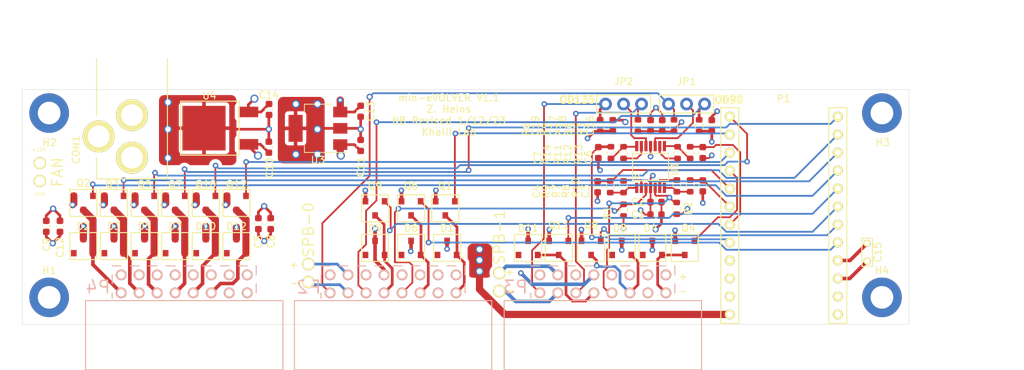
<source format=kicad_pcb>
(kicad_pcb (version 20211014) (generator pcbnew)
  (layers (0 "F.Cu" signal) (1 "In1.Cu" signal) (2 "In2.Cu" signal) (31 "B.Cu" signal) (34 "B.Paste" user) (35 "F.Paste" user) (36 "B.SilkS" user "B.Silkscreen") (37 "F.SilkS" user "F.Silkscreen") (38 "B.Mask" user) (39 "F.Mask" user) (44 "Edge.Cuts" user))
  (net 0 "")
  (net 1 "GND")
  (net 2 "+3V3")
  (net 3 "/A1")
  (net 4 "/A0")
  (net 5 "+12V")
  (net 6 "/A2")
  (net 7 "/A3")
  (net 8 "+5V")
  (net 9 "Net-(C15-Pad1)")
  (net 10 "/FAN-0")
  (net 11 "/P-0")
  (net 12 "/P-1")
  (net 13 "/FAN-1")
  (net 14 "/P-2")
  (net 15 "/HTR-0")
  (net 16 "/P-3")
  (net 17 "/HTR-1")
  (net 18 "/LED-0")
  (net 19 "/P-4")
  (net 20 "/LED-1")
  (net 21 "/P-5")
  (net 22 "/OD135-0")
  (net 23 "/OD-0")
  (net 24 "/OD90-0")
  (net 25 "/OD90-1")
  (net 26 "/OD-1")
  (net 27 "/OD135-1")
  (net 28 "/10")
  (net 29 "/11")
  (net 30 "/12")
  (net 31 "/13")
  (net 32 "/2")
  (net 33 "/3")
  (net 34 "/4")
  (net 35 "/5")
  (net 36 "/6")
  (net 37 "/7")
  (net 38 "/8")
  (net 39 "/9")
  (net 40 "/SPB+0")
  (net 41 "/SPB-0")
  (net 42 "/TS-0")
  (net 43 "/TS-1")
  (net 44 "/SPB-1")
  (net 45 "/SPB+1")
  (net 46 "Net-(R7-Pad2)")
  (net 47 "Net-(R7-Pad1)")
  (net 48 "Net-(R10-Pad2)")
  (net 49 "Net-(R8-Pad2)")
  (net 50 "Net-(R11-Pad1)")
  (net 51 "Net-(R11-Pad2)")
  (net 52 "Net-(R12-Pad1)")
  (net 53 "Net-(R12-Pad2)")
  (footprint "mods:SBR160S23" (layer "F.Cu") (at 110.998 101.346)
    (fp_text reference "D10")
    (fp_text value "D")
  )
  (footprint "mods:SBR160S23" (layer "F.Cu") (at 134.874 101.6)
    (fp_text reference "D9")
    (fp_text value "D")
  )
  (footprint "mods:SBR160S23" (layer "F.Cu") (at 169.672 101.6)
    (fp_text reference "D8")
    (fp_text value "D")
  )
  (footprint "mods:SBR160S23" (layer "F.Cu") (at 106.68 101.346)
    (fp_text reference "D7")
    (fp_text value "D")
  )
  (footprint "mods:SBR160S23" (layer "F.Cu") (at 139.954 101.6)
    (fp_text reference "D6")
    (fp_text value "D")
  )
  (footprint "mods:SBR160S23" (layer "F.Cu") (at 173.99 101.6)
    (fp_text reference "D4")
    (fp_text value "D")
  )
  (footprint "mods:SBR160S23" (layer "F.Cu") (at 98.044 101.346)
    (fp_text reference "D3")
    (fp_text value "D")
  )
  (footprint "mods:SBR160S23" (layer "F.Cu") (at 93.726 101.346)
    (fp_text reference "D2")
    (fp_text value "D")
  )
  (footprint "mods:SBR160S23" (layer "F.Cu") (at 145.034 101.6)
    (fp_text reference "D1")
    (fp_text value "D")
  )
  (footprint "mods:2.1mm_DC_Jack" (layer "F.Cu") (at 100.584 85.852 -90)
    (fp_text reference "CON1")
    (fp_text value "BARREL_JACK")
  )
  (footprint "mods:FK18X5R0J105K" (layer "F.Cu") (at 204.2922 102.2096 90)
    (fp_text reference "C15")
    (fp_text value "10u" hide)
  )
  (footprint "Capacitor_SMD:C_0603_1608Metric" (layer "F.Cu") (at 119.9134 82.042 -90)
    (fp_text reference "C14")
    (fp_text value ".1u")
  )
  (footprint "Capacitor_SMD:C_0603_1608Metric" (layer "F.Cu") (at 166.37 88.138 -90)
    (fp_text reference "C7")
    (fp_text value ".1u")
  )
  (footprint "Capacitor_SMD:C_0603_1608Metric" (layer "F.Cu") (at 181.102 88.138 -90)
    (fp_text reference "C6")
    (fp_text value ".1u")
  )
  (footprint "Capacitor_SMD:C_0603_1608Metric" (layer "F.Cu") (at 118.4148 98.171 -90)
    (fp_text reference "C5")
    (fp_text value ".1u")
  )
  (footprint "Capacitor_SMD:C_0603_1608Metric" (layer "F.Cu") (at 181.102 92.837 -90)
    (fp_text reference "C3")
    (fp_text value ".1u")
  )
  (footprint "Capacitor_SMD:C_0603_1608Metric" (layer "F.Cu") (at 174.498 96.901 180)
    (fp_text reference "C1")
    (fp_text value "1u")
  )
  (footprint "mods:A03422" (layer "F.Cu") (at 178.562 101.6 180)
    (fp_text reference "Q4")
    (fp_text value "Q_NMOS_GSD")
  )
  (footprint "mods:3pinheader_2_54_mm_pitch" (layer "F.Cu") (at 178.816 81.28 180)
    (fp_text reference "JP1")
    (fp_text value "Jumper_3_Open")
  )
  (footprint "mods:SBR160S23" (layer "F.Cu") (at 115.316 101.346)
    (fp_text reference "D12")
    (fp_text value "D")
  )
  (footprint "mods:A03422" (layer "F.Cu") (at 98.044 95.25 180)
    (fp_text reference "Q3")
    (fp_text value "Q_NMOS_GSD")
  )
  (footprint "mods:A03422" (layer "F.Cu") (at 93.726 95.25 180)
    (fp_text reference "Q2")
    (fp_text value "Q_NMOS_GSD")
  )
  (footprint "mods:A03422" (layer "F.Cu") (at 144.78 96.012 180)
    (fp_text reference "Q1")
    (fp_text value "Q_NMOS_GSD")
  )
  (footprint "mods:SBR160S23" (layer "F.Cu") (at 156.464 101.6)
    (fp_text reference "D11")
    (fp_text value "D")
  )
  (footprint "mods:A03422" (layer "F.Cu") (at 139.954 96.012 180)
    (fp_text reference "Q6")
    (fp_text value "Q_NMOS_GSD")
  )
  (footprint "mods:A03422" (layer "F.Cu") (at 102.362 95.25 180)
    (fp_text reference "Q5")
    (fp_text value "Q_NMOS_GSD")
  )
  (footprint "Resistor_SMD:R_0603_1608Metric" (layer "F.Cu") (at 179.324 88.138 -90)
    (fp_text reference "R13")
    (fp_text value "10k")
  )
  (footprint "Resistor_SMD:R_0603_1608Metric" (layer "F.Cu") (at 179.324 92.837 -90)
    (fp_text reference "R10")
    (fp_text value "10k")
  )
  (footprint "Resistor_SMD:R_0603_1608Metric" (layer "F.Cu") (at 168.0464 92.964 -90)
    (fp_text reference "R9")
    (fp_text value "10k")
  )
  (footprint "Resistor_SMD:R_0603_1608Metric" (layer "F.Cu") (at 166.624 84.328 90)
    (fp_text reference "R6")
    (fp_text value "100k")
  )
  (footprint "Resistor_SMD:R_0603_1608Metric" (layer "F.Cu") (at 177.038 84.328 90)
    (fp_text reference "R5")
    (fp_text value "100k")
  )
  (footprint "Resistor_SMD:R_0603_1608Metric" (layer "F.Cu") (at 171.958 84.328 -90)
    (fp_text reference "R4")
    (fp_text value "1M")
  )
  (footprint "Resistor_SMD:R_0603_1608Metric" (layer "F.Cu") (at 177.419 96.012 -90)
    (fp_text reference "R2")
    (fp_text value "10k")
  )
  (footprint "Resistor_SMD:R_0603_1608Metric" (layer "F.Cu") (at 169.926 96.266 -90)
    (fp_text reference "R1")
    (fp_text value "10k")
  )
  (footprint "mods:A03422" (layer "F.Cu") (at 115.316 95.25 180)
    (fp_text reference "Q12")
    (fp_text value "Q_NMOS_GSD")
  )
  (footprint "mods:A03422" (layer "F.Cu") (at 134.874 96.012 180)
    (fp_text reference "Q9")
    (fp_text value "Q_NMOS_GSD")
  )
  (footprint "mods:A03422" (layer "F.Cu") (at 106.68 95.25 180)
    (fp_text reference "Q7")
    (fp_text value "Q_NMOS_GSD")
  )
  (footprint "MountingHole:MountingHole_3.2mm_M3_DIN965_Pad" (layer "F.Cu") (at 88.9 108.585)
    (fp_text reference "H1")
    (fp_text value "MountingHole_Pad")
  )
  (footprint "MountingHole:MountingHole_3.2mm_M3_DIN965_Pad" (layer "F.Cu") (at 88.9 82.55)
    (fp_text reference "H2")
    (fp_text value "MountingHole_Pad")
  )
  (footprint "MountingHole:MountingHole_3.2mm_M3_DIN965_Pad" (layer "F.Cu") (at 206.375 108.585)
    (fp_text reference "H4")
    (fp_text value "MountingHole_Pad")
  )
  (footprint "mods:screw_terminal" (layer "F.Cu") (at 152.4 106.426 -90)
    (fp_text reference "P6" hide)
    (fp_text value "SPB-1")
  )
  (footprint "MountingHole:MountingHole_3.2mm_M3_DIN965_Pad" (layer "F.Cu") (at 206.375 82.55)
    (fp_text reference "H3")
    (fp_text value "MountingHole_Pad")
  )
  (footprint "mods:L7805CDT" (layer "F.Cu") (at 113.794 84.6836 90)
    (fp_text reference "U4")
    (fp_text value "L7805CDT")
  )
  (footprint "mods:24_pin_10in" (layer "F.Cu") (at 192.532 97.028 180)
    (fp_text reference "P1")
    (fp_text value "CONN_02X12" hide)
  )
  (footprint "Package_TO_SOT_SMD:SOT-223-3_TabPin2" (layer "F.Cu") (at 126.8146 84.709 180)
    (fp_text reference "U3")
    (fp_text value "AP7361C-33E")
  )
  (footprint "Capacitor_SMD:C_0603_1608Metric" (layer "F.Cu") (at 132.842 82.296 -90)
    (fp_text reference "C13")
    (fp_text value ".1u")
  )
  (footprint "Capacitor_SMD:C_0603_1608Metric" (layer "F.Cu") (at 132.842 87.122 90)
    (fp_text reference "C11")
    (fp_text value ".1u")
  )
  (footprint "Capacitor_SMD:C_0603_1608Metric" (layer "F.Cu") (at 119.888 87.376 90)
    (fp_text reference "C10")
    (fp_text value ".1u")
  )
  (footprint "Resistor_SMD:R_0603_1608Metric" (layer "F.Cu") (at 169.926 92.964 90)
    (fp_text reference "R7")
    (fp_text value "10k")
  )
  (footprint "Resistor_SMD:R_0603_1608Metric" (layer "F.Cu") (at 180.594 84.328 -90)
    (fp_text reference "R3")
    (fp_text value "1M")
  )
  (footprint "Capacitor_SMD:C_0603_1608Metric" (layer "F.Cu") (at 120.150468 98.171 -90)
    (fp_text reference "C8")
    (fp_text value ".1u")
  )
  (footprint "Capacitor_SMD:C_0603_1608Metric" (layer "F.Cu") (at 174.498 95.123)
    (fp_text reference "C2")
    (fp_text value ".1u")
  )
  (footprint "Capacitor_SMD:C_0603_1608Metric" (layer "F.Cu") (at 166.2684 92.964 -90)
    (fp_text reference "C4")
    (fp_text value ".1u")
  )
  (footprint "Resistor_SMD:R_0603_1608Metric" (layer "F.Cu") (at 168.148 88.138 -90)
    (fp_text reference "R14")
    (fp_text value "10k")
  )
  (footprint "Resistor_SMD:R_0603_1608Metric" (layer "F.Cu") (at 169.926 88.138 -90)
    (fp_text reference "R11")
    (fp_text value "10k")
  )
  (footprint "Resistor_SMD:R_0603_1608Metric" (layer "F.Cu") (at 177.546 88.138 -90)
    (fp_text reference "R12")
    (fp_text value "10k")
  )
  (footprint "Capacitor_SMD:C_0603_1608Metric" (layer "F.Cu") (at 182.372 84.328 90)
    (fp_text reference "C16")
    (fp_text value "1u")
  )
  (footprint "Capacitor_SMD:C_0603_1608Metric" (layer "F.Cu") (at 175.387 84.328 90)
    (fp_text reference "C18")
    (fp_text value "1u")
  )
  (footprint "mods:SBR160S23" (layer "F.Cu") (at 102.362 101.346)
    (fp_text reference "D5")
    (fp_text value "D")
  )
  (footprint "mods:A03422" (layer "F.Cu") (at 160.782 101.6 180)
    (fp_text reference "Q11")
    (fp_text value "Q_NMOS_GSD")
  )
  (footprint "mods:A03422" (layer "F.Cu") (at 165.354 101.6 180)
    (fp_text reference "Q8")
    (fp_text value "Q_NMOS_GSD")
  )
  (footprint "mods:screw_terminal" (layer "F.Cu") (at 125.476 105.156 -90)
    (fp_text reference "P5" hide)
    (fp_text value "SPB-0")
  )
  (footprint "mods:3pinheader_2_54_mm_pitch" (layer "F.Cu") (at 169.926 81.28 180)
    (fp_text reference "JP2")
    (fp_text value "Jumper_3_Open")
  )
  (footprint "Capacitor_SMD:C_0603_1608Metric" (layer "F.Cu") (at 168.402 84.328 90)
    (fp_text reference "C19")
    (fp_text value "1u")
  )
  (footprint "mods:A03422" (layer "F.Cu") (at 110.998 95.25 180)
    (fp_text reference "Q10")
    (fp_text value "Q_NMOS_GSD")
  )
  (footprint "Capacitor_SMD:C_0603_1608Metric" (layer "F.Cu") (at 88.4936 98.552 -90)
    (fp_text reference "C9")
    (fp_text value ".1u")
  )
  (footprint "Capacitor_SMD:C_0603_1608Metric" (layer "F.Cu") (at 90.424 98.552 -90)
    (fp_text reference "C12")
    (fp_text value ".1u")
  )
  (footprint "Capacitor_SMD:C_0603_1608Metric" (layer "F.Cu") (at 173.736 84.328 90)
    (fp_text reference "C17")
    (fp_text value "1u")
  )
  (footprint "mods:screw_terminal" (layer "F.Cu") (at 87.5792 90.8812 -90)
    (fp_text reference "P7" hide)
    (fp_text value "FAN")
  )
  (footprint "mods:mcp6004-ssop" (layer "F.Cu") (at 173.736 90.17)
    (fp_text reference "U1")
    (fp_text value "MCP6004")
  )
  (footprint "Resistor_SMD:R_0603_1608Metric" (layer "F.Cu") (at 177.4444 92.837 90)
    (fp_text reference "R8")
    (fp_text value "10k")
  )
  (footprint "mods:2x8_conn_10in" (layer "B.Cu") (at 137.414 106.68 180)
    (fp_text reference "P2")
    (fp_text value "CONN_02X08" hide)
  )
  (footprint "mods:2x8_conn_10in" (layer "B.Cu") (at 167.005 106.68 180)
    (fp_text reference "P3")
    (fp_text value "CONN_02X08" hide)
  )
  (footprint "mods:2x8_conn_10in" (layer "B.Cu") (at 107.95 106.68 180)
    (fp_text reference "P4")
    (fp_text value "CONN_02X08" hide)
  )
  (gr_line (start 85.09 79.248) (end 210.185 79.248) (layer "Edge.Cuts") (width 0.05))
  (gr_line (start 85.09 112.395) (end 85.09 79.248) (layer "Edge.Cuts") (width 0.05))
  (gr_line (start 210.185 112.395) (end 85.09 112.395) (layer "Edge.Cuts") (width 0.05))
  (gr_line (start 210.185 112.395) (end 210.185 79.248) (layer "Edge.Cuts") (width 0.05))
  (gr_text "-" (at 153.924 107.696 180) (layer "F.SilkS") (effects (font (size 1 1))))
  (gr_text "+" (at 153.8732 105.1306 180) (layer "F.SilkS") (effects (font (size 1 1))))
  (gr_text "OD135" (at 163.3982 80.6704) (layer "F.SilkS") (effects (font (size 1.016 1.016) (thickness 0.254))))
  (gr_text "GND" (at 87.5792 94.0308) (layer "F.SilkS") (effects (font (size 0.508 0.508) (thickness 0.0635))))
  (gr_text "+12V" (at 87.4522 87.7316) (layer "F.SilkS") (effects (font (size 0.508 0.508) (thickness 0.0635))))
  (gr_text "OD90" (at 184.785 80.645) (layer "F.SilkS") (effects (font (size 1.016 1.016) (thickness 0.254))))
  (gr_text "-" (at 178.2572 107.696) (layer "F.SilkS") (effects (font (size 1 1))))
  (gr_text "-" (at 123.4948 106.7054 180) (layer "F.SilkS") (effects (font (size 1 1))))
  (gr_text "min-eVOLVER V1.1\nZ. Heins\nNB Revised 1/12/23\nKhalil Lab" (at 145.288 82.804) (layer "F.SilkS") (effects (font (size 1 1))))
  (gr_text "+" (at 123.444 104.14 180) (layer "F.SilkS") (effects (font (size 1 1))))
  (gr_text "+" (at 178.308 105.664) (layer "F.SilkS") (effects (font (size 1 1))))
  (segment (start 105.33 94.25) (end 105.33 95.33) (width 1.016) (layer "F.Cu") (net 1))
  (segment (start 143.43 95.012) (end 143.43 93.5012) (width 0.508) (layer "F.Cu") (net 1))
  (segment (start 177.212 100.6) (end 177.212 99.1324) (width 0.508) (layer "F.Cu") (net 1))
  (segment (start 168.402 83.553) (end 169.913 83.553) (width 0.381) (layer "F.Cu") (net 1))
  (segment (start 118.4148 99.822) (end 119.2276 100.6348) (width 0.381) (layer "F.Cu") (net 1))
  (segment (start 90.424 99.327) (end 90.424 99.9236) (width 0.381) (layer "F.Cu") (net 1))
  (segment (start 166.37 88.913) (end 166.37 90.37933) (width 0.381) (layer "F.Cu") (net 1))
  (segment (start 166.37 90.37933) (end 166.624 90.63333) (width 0.381) (layer "F.Cu") (net 1))
  (segment (start 126.873 84.709) (end 126.746 84.836) (width 0.381) (layer "F.Cu") (net 1))
  (segment (start 166.2684 93.739) (end 166.2684 94.9706) (width 0.381) (layer "F.Cu") (net 1))
  (segment (start 132.715 84.709) (end 132.842 84.836) (width 0.381) (layer "F.Cu") (net 1))
  (segment (start 120.150468 98.946) (end 120.150468 99.711932) (width 0.381) (layer "F.Cu") (net 1))
  (segment (start 138.604 93.4936) (end 138.5824 93.472) (width 0.508) (layer "F.Cu") (net 1))
  (segment (start 175.387 82.677) (end 174.498 81.788) (width 0.25) (layer "F.Cu") (net 1))
  (segment (start 138.604 95.012) (end 138.604 93.4936) (width 0.508) (layer "F.Cu") (net 1))
  (segment (start 173.736 87.22) (end 173.736 88.6968) (width 0.25) (layer "F.Cu") (net 1))
  (segment (start 92.376 95.33) (end 92.202 95.504) (width 1.016) (layer "F.Cu") (net 1))
  (segment (start 177.212 99.1324) (end 177.1904 99.1108) (width 0.508) (layer "F.Cu") (net 1))
  (segment (start 159.432 99.0384) (end 159.4612 99.0092) (width 0.508) (layer "F.Cu") (net 1))
  (segment (start 133.524 95.012) (end 133.524 93.4936) (width 0.508) (layer "F.Cu") (net 1))
  (segment (start 201.8738 103.378) (end 204.2922 100.9596) (width 0.508) (layer "F.Cu") (net 1))
  (segment (start 175.273 95.123) (end 175.273 96.901) (width 0.25) (layer "F.Cu") (net 1))
  (segment (start 109.648 95.33) (end 109.474 95.504) (width 1.016) (layer "F.Cu") (net 1))
  (segment (start 92.376 94.25) (end 92.376 95.33) (width 1.016) (layer "F.Cu") (net 1))
  (segment (start 175.387 83.553) (end 175.387 82.677) (width 0.25) (layer "F.Cu") (net 1))
  (segment (start 175.273 98.151199) (end 174.4472 98.976999) (width 0.381) (layer "F.Cu") (net 1))
  (segment (start 90.424 99.9236) (end 89.408 100.9396) (width 0.381) (layer "F.Cu") (net 1))
  (segment (start 164.004 100.6) (end 164.004 99.0308) (width 0.508) (layer "F.Cu") (net 1))
  (segment (start 129.9646 84.709) (end 132.715 84.709) (width 0.381) (layer "F.Cu") (net 1))
  (segment (start 169.913 83.553) (end 170.18 83.82) (width 0.381) (layer "F.Cu") (net 1))
  (segment (start 133.524 93.4936) (end 133.5024 93.472) (width 0.508) (layer "F.Cu") (net 1))
  (segment (start 119.888 84.836) (end 114.808 84.836) (width 0.381) (layer "F.Cu") (net 1))
  (segment (start 182.372 83.058) (end 183.134 82.296) (width 0.381) (layer "F.Cu") (net 1))
  (segment (start 175.273 96.901) (end 175.273 98.151199) (width 0.381) (layer "F.Cu") (net 1))
  (segment (start 143.43 93.5012) (end 143.4592 93.472) (width 0.508) (layer "F.Cu") (net 1))
  (segment (start 109.648 94.25) (end 109.648 95.33) (width 1.016) (layer "F.Cu") (net 1))
  (segment (start 88.4936 99.327) (end 88.4936 100.0252) (width 0.381) (layer "F.Cu") (net 1))
  (segment (start 132.842 83.071) (end 132.842 84.836) (width 0.381) (layer "F.Cu") (net 1))
  (segment (start 119.888 84.836) (end 119.888 82.8424) (width 0.381) (layer "F.Cu") (net 1))
  (segment (start 181.102 93.612) (end 181.102 95.25) (width 0.381) (layer "F.Cu") (net 1))
  (segment (start 96.694 95.33) (end 96.52 95.504) (width 1.016) (layer "F.Cu") (net 1))
  (segment (start 181.978 88.913) (end 182.372 88.519) (width 0.25) (layer "F.Cu") (net 1))
  (segment (start 119.888 86.601) (end 119.888 84.836) (width 0.381) (layer "F.Cu") (net 1))
  (segment (start 181.102 88.913) (end 181.978 88.913) (width 0.25) (layer "F.Cu") (net 1))
  (segment (start 182.372 83.553) (end 182.372 83.058) (width 0.381) (layer "F.Cu") (net 1))
  (segment (start 132.842 86.347) (end 132.842 84.836) (width 0.381) (layer "F.Cu") (net 1))
  (segment (start 113.966 95.33) (end 113.792 95.504) (width 1.016) (layer "F.Cu") (net 1))
  (segment (start 166.2684 94.9706) (end 166.243 94.996) (width 0.381) (layer "F.Cu") (net 1))
  (segment (start 118.4148 98.946) (end 118.4148 99.822) (width 0.381) (layer "F.Cu") (net 1))
  (segment (start 101.012 94.25) (end 101.012 95.33) (width 1.016) (layer "F.Cu") (net 1))
  (segment (start 200.152 103.378) (end 201.8738 103.378) (width 0.508) (layer "F.Cu") (net 1))
  (segment (start 120.150468 99.711932) (end 119.2276 100.6348) (width 0.381) (layer "F.Cu") (net 1))
  (segment (start 173.736 82.55) (end 174.498 81.788) (width 0.25) (layer "F.Cu") (net 1))
  (segment (start 159.432 100.6) (end 159.432 99.0384) (width 0.508) (layer "F.Cu") (net 1))
  (segment (start 113.966 94.25) (end 113.966 95.33) (width 1.016) (layer "F.Cu") (net 1))
  (segment (start 164.004 99.0308) (end 163.9824 99.0092) (width 0.508) (layer "F.Cu") (net 1))
  (segment (start 173.736 83.553) (end 173.736 82.55) (width 0.25) (layer "F.Cu") (net 1))
  (segment (start 96.694 94.25) (end 96.694 95.33) (width 1.016) (layer "F.Cu") (net 1))
  (segment (start 88.4936 100.0252) (end 89.408 100.9396) (width 0.381) (layer "F.Cu") (net 1))
  (segment (start 129.9646 84.709) (end 126.873 84.709) (width 0.381) (layer "F.Cu") (net 1))
  (segment (start 105.33 95.33) (end 105.156 95.504) (width 1.016) (layer "F.Cu") (net 1))
  (segment (start 101.012 95.33) (end 100.838 95.504) (width 1.016) (layer "F.Cu") (net 1))
  (via (at 123.698 81.28) (size 1.143) (drill 0.762) (layers "F.Cu" "B.Cu") (net 1))
  (via (at 100.838 95.504) (size 0.889) (drill 0.508) (layers "F.Cu" "B.Cu") (net 1))
  (via (at 133.5024 93.472) (size 0.8) (drill 0.4) (layers "F.Cu" "B.Cu") (net 1))
  (via (at 123.698 88.392) (size 1.143) (drill 0.762) (layers "F.Cu" "B.Cu") (net 1))
  (via (at 92.202 95.504) (size 0.889) (drill 0.508) (layers "F.Cu" "B.Cu") (net 1))
  (via (at 170.18 83.82) (size 0.889) (drill 0.508) (layers "F.Cu" "B.Cu") (net 1))
  (via (at 89.408 100.9396) (size 0.889) (drill 0.508) (layers "F.Cu" "B.Cu") (net 1))
  (via (at 166.243 94.996) (size 0.8) (drill 0.4) (layers "F.Cu" "B.Cu") (net 1))
  (via (at 182.372 88.519) (size 0.8) (drill 0.4) (layers "F.Cu" "B.Cu") (net 1))
  (via (at 96.52 95.504) (size 0.889) (drill 0.508) (layers "F.Cu" "B.Cu") (net 1))
  (via (at 174.498 81.788) (size 0.8) (drill 0.4) (layers "F.Cu" "B.Cu") (net 1))
  (via (at 109.474 95.504) (size 0.889) (drill 0.508) (layers "F.Cu" "B.Cu") (net 1))
  (via (at 119.888 84.836) (size 0.889) (drill 0.508) (layers "F.Cu" "B.Cu") (net 1))
  (via (at 119.2276 100.6348) (size 0.889) (drill 0.508) (layers "F.Cu" "B.Cu") (net 1))
  (via (at 183.134 82.296) (size 0.8) (drill 0.4) (layers "F.Cu" "B.Cu") (net 1))
  (via (at 105.664 84.836) (size 1.143) (drill 0.762) (layers "F.Cu" "B.Cu") (net 1))
  (via (at 173.736 88.6968) (size 0.8) (drill 0.4) (layers "F.Cu" "B.Cu") (net 1))
  (via (at 126.746 84.836) (size 1.143) (drill 0.762) (layers "F.Cu" "B.Cu") (net 1))
  (via (at 181.102 95.25) (size 0.8) (drill 0.4) (layers "F.Cu" "B.Cu") (net 1))
  (via (at 159.4612 99.0092) (size 0.8) (drill 0.4) (layers "F.Cu" "B.Cu") (net 1))
  (via (at 143.4592 93.472) (size 0.8) (drill 0.4) (layers "F.Cu" "B.Cu") (net 1))
  (via (at 138.5824 93.472) (size 0.8) (drill 0.4) (layers "F.Cu" "B.Cu") (net 1))
  (via (at 177.1904 99.1108) (size 0.8) (drill 0.4) (layers "F.Cu" "B.Cu") (net 1))
  (via (at 113.792 95.504) (size 0.889) (drill 0.508) (layers "F.Cu" "B.Cu") (net 1))
  (via (at 105.664 88.9) (size 1.143) (drill 0.762) (layers "F.Cu" "B.Cu") (net 1))
  (via (at 105.664 81.026) (size 1.143) (drill 0.762) (layers "F.Cu" "B.Cu") (net 1))
  (via (at 105.156 95.504) (size 0.889) (drill 0.508) (layers "F.Cu" "B.Cu") (net 1))
  (via (at 126.746 81.28) (size 1.143) (drill 0.762) (layers "F.Cu" "B.Cu") (net 1))
  (via (at 166.624 90.63333) (size 0.8) (drill 0.4) (layers "F.Cu" "B.Cu") (net 1))
  (via (at 126.746 88.392) (size 1.143) (drill 0.762) (layers "F.Cu" "B.Cu") (net 1))
  (via (at 132.842 84.836) (size 0.889) (drill 0.508) (layers "F.Cu" "B.Cu") (net 1))
  (via (at 174.4472 98.976999) (size 0.889) (drill 0.508) (layers "F.Cu" "B.Cu") (net 1))
  (via (at 163.9824 99.0092) (size 0.8) (drill 0.4) (layers "F.Cu" "B.Cu") (net 1))
  (segment (start 175.387 85.103) (end 173.736 85.103) (width 0.25) (layer "F.Cu") (net 2))
  (segment (start 177.038 84.892409) (end 178.102717 83.827692) (width 0.25) (layer "F.Cu") (net 2))
  (segment (start 173.736 91.7194) (end 174.0662 91.3892) (width 0.25) (layer "F.Cu") (net 2))
  (segment (start 177.419 96.837) (end 178.163001 96.837) (width 0.25) (layer "F.Cu") (net 2))
  (segment (start 177.038 85.153) (end 175.437 85.153) (width 0.25) (layer "F.Cu") (net 2))
  (segment (start 173.736 85.103) (end 172.008 85.103) (width 0.25) (layer "F.Cu") (net 2))
  (segment (start 131.954 82.409) (end 132.842 81.521) (width 0.381) (layer "F.Cu") (net 2))
  (segment (start 182.372 85.103) (end 180.644 85.103) (width 0.381) (layer "F.Cu") (net 2))
  (segment (start 177.038 85.153) (end 177.038 84.892409) (width 0.381) (layer "F.Cu") (net 2))
  (segment (start 172.974 96.901) (end 172.339 96.266) (width 0.25) (layer "F.Cu") (net 2))
  (segment (start 169.926 97.091) (end 169.926 98.932499) (width 0.25) (layer "F.Cu") (net 2))
  (segment (start 173.723 95.123) (end 173.723 96.901) (width 0.25) (layer "F.Cu") (net 2))
  (segment (start 168.402 85.103) (end 166.674 85.103) (width 0.381) (layer "F.Cu") (net 2))
  (segment (start 129.9646 82.409) (end 131.954 82.409) (width 0.381) (layer "F.Cu") (net 2))
  (segment (start 173.736 93.12) (end 173.736 91.7194) (width 0.25) (layer "F.Cu") (net 2))
  (segment (start 129.9646 80.7216) (end 129.9642 80.7212) (width 1.016) (layer "F.Cu") (net 2))
  (segment (start 129.9646 82.409) (end 129.9646 80.7216) (width 1.016) (layer "F.Cu") (net 2))
  (segment (start 165.823899 85.153) (end 164.846 86.130899) (width 0.381) (layer "F.Cu") (net 2))
  (segment (start 182.372 85.103) (end 182.372 86.614) (width 0.381) (layer "F.Cu") (net 2))
  (segment (start 166.624 85.153) (end 165.823899 85.153) (width 0.381) (layer "F.Cu") (net 2))
  (segment (start 173.736 93.12) (end 173.736 95.11) (width 0.25) (layer "F.Cu") (net 2))
  (segment (start 178.163001 96.837) (end 178.943 96.057001) (width 0.25) (layer "F.Cu") (net 2))
  (segment (start 172.974 96.901) (end 173.723 96.901) (width 0.25) (layer "F.Cu") (net 2))
  (via (at 172.339 96.266) (size 0.8) (drill 0.4) (layers "F.Cu" "B.Cu") (net 2))
  (via (at 178.102717 83.827692) (size 0.8) (drill 0.4) (layers "F.Cu" "B.Cu") (net 2))
  (via (at 182.372 86.614) (size 0.8) (drill 0.4) (layers "F.Cu" "B.Cu") (net 2))
  (via (at 178.943 96.057001) (size 0.8) (drill 0.4) (layers "F.Cu" "B.Cu") (net 2))
  (via (at 164.846 86.130899) (size 0.8) (drill 0.4) (layers "F.Cu" "B.Cu") (net 2))
  (via (at 129.9642 80.7212) (size 0.8) (drill 0.4) (layers "F.Cu" "B.Cu") (net 2))
  (via (at 174.0662 91.3892) (size 0.8) (drill 0.4) (layers "F.Cu" "B.Cu") (net 2))
  (via (at 169.926 98.932499) (size 0.8) (drill 0.4) (layers "F.Cu" "B.Cu") (net 2))
  (segment (start 179.324 92.012) (end 181.052 92.012) (width 0.25) (layer "F.Cu") (net 3))
  (segment (start 184.912 95.758) (end 181.216 92.062) (width 0.25) (layer "F.Cu") (net 3))
  (segment (start 182.2927 90.5987) (end 169.8407 90.5987) (width 0.25) (layer "F.Cu") (net 4))
  (segment (start 168.3004 92.139) (end 169.8407 90.5987) (width 0.25) (layer "F.Cu") (net 4))
  (segment (start 184.912 93.218) (end 182.2927 90.5987) (width 0.25) (layer "F.Cu") (net 4))
  (segment (start 166.2684 92.189) (end 167.9964 92.189) (width 0.25) (layer "F.Cu") (net 4))
  (segment (start 98.044 100.346) (end 98.044 98.552) (width 1.016) (layer "F.Cu") (net 5))
  (segment (start 106.68 100.346) (end 106.68 98.552) (width 1.016) (layer "F.Cu") (net 5))
  (segment (start 139.954 100.6) (end 139.954 102.0318) (width 0.508) (layer "F.Cu") (net 5))
  (segment (start 145.034 100.6) (end 145.034 101.7524) (width 0.508) (layer "F.Cu") (net 5))
  (segment (start 102.362 100.346) (end 102.362 98.552) (width 1.016) (layer "F.Cu") (net 5))
  (segment (start 118.7066 86.9696) (end 119.888 88.151) (width 0.381) (layer "F.Cu") (net 5))
  (segment (start 173.99 100.6) (end 173.99 101.9048) (width 0.508) (layer "F.Cu") (net 5))
  (segment (start 116.994 86.9696) (end 118.7066 86.9696) (width 0.381) (layer "F.Cu") (net 5))
  (segment (start 88.4936 97.777) (end 88.4936 97.028) (width 0.381) (layer "F.Cu") (net 5))
  (segment (start 120.150468 97.396) (end 120.150468 96.630068) (width 0.381) (layer "F.Cu") (net 5))
  (segment (start 139.954 102.0318) (end 139.9032 102.0826) (width 0.508) (layer "F.Cu") (net 5))
  (segment (start 118.4148 96.52) (end 119.2276 95.7072) (width 0.381) (layer "F.Cu") (net 5))
  (segment (start 115.316 100.346) (end 115.316 98.679) (width 1.016) (layer "F.Cu") (net 5))
  (segment (start 90.424 97.777) (end 90.424 97.028) (width 0.381) (layer "F.Cu") (net 5))
  (segment (start 118.4148 97.396) (end 118.4148 96.52) (width 0.381) (layer "F.Cu") (net 5))
  (segment (start 90.424 97.028) (end 89.4588 96.0628) (width 0.381) (layer "F.Cu") (net 5))
  (segment (start 93.726 100.346) (end 93.726 98.552) (width 1.016) (layer "F.Cu") (net 5))
  (segment (start 120.150468 96.630068) (end 119.2276 95.7072) (width 0.381) (layer "F.Cu") (net 5))
  (segment (start 110.998 100.346) (end 110.998 98.552) (width 1.016) (layer "F.Cu") (net 5))
  (segment (start 116.994 87.1928) (end 118.364 88.5628) (width 0.381) (layer "F.Cu") (net 5))
  (segment (start 169.672 100.6) (end 169.672 101.9048) (width 0.508) (layer "F.Cu") (net 5))
  (segment (start 88.4936 97.028) (end 89.4588 96.0628) (width 0.381) (layer "F.Cu") (net 5))
  (via (at 110.998 98.552) (size 0.8) (drill 0.4) (layers "F.Cu" "B.Cu") (net 5))
  (via (at 139.9032 102.0826) (size 0.8) (drill 0.4) (layers "F.Cu" "B.Cu") (net 5))
  (via (at 115.316 98.679) (size 0.8) (drill 0.4) (layers "F.Cu" "B.Cu") (net 5))
  (via (at 145.034 101.7524) (size 0.8) (drill 0.4) (layers "F.Cu" "B.Cu") (net 5))
  (via (at 169.672 101.9048) (size 0.8) (drill 0.4) (layers "F.Cu" "B.Cu") (net 5))
  (via (at 106.68 98.552) (size 0.8) (drill 0.4) (layers "F.Cu" "B.Cu") (net 5))
  (via (at 89.4588 96.0628) (size 0.889) (drill 0.508) (layers "F.Cu" "B.Cu") (net 5))
  (via (at 93.726 98.552) (size 0.8) (drill 0.4) (layers "F.Cu" "B.Cu") (net 5))
  (via (at 118.364 88.5628) (size 1.143) (drill 0.762) (layers "F.Cu" "B.Cu") (net 5))
  (via (at 102.362 98.552) (size 0.8) (drill 0.4) (layers "F.Cu" "B.Cu") (net 5))
  (via (at 98.044 98.552) (size 0.8) (drill 0.4) (layers "F.Cu" "B.Cu") (net 5))
  (via (at 173.99 101.9048) (size 0.8) (drill 0.4) (layers "F.Cu" "B.Cu") (net 5))
  (via (at 119.2276 95.7072) (size 0.889) (drill 0.508) (layers "F.Cu" "B.Cu") (net 5))
  (segment (start 184.912 98.298) (end 186.385511 96.824489) (width 0.25) (layer "F.Cu") (net 6))
  (segment (start 182.648305 87.363) (end 181.102 87.363) (width 0.25) (layer "F.Cu") (net 6))
  (segment (start 186.385511 88.096729) (end 186.385511 96.824489) (width 0.25) (layer "F.Cu") (net 6))
  (segment (start 185.344782 87.056) (end 186.385511 88.096729) (width 0.25) (layer "F.Cu") (net 6))
  (segment (start 182.955305 87.056) (end 182.648305 87.363) (width 0.25) (layer "F.Cu") (net 6))
  (segment (start 185.344782 87.056) (end 182.955305 87.056) (width 0.25) (layer "F.Cu") (net 6))
  (segment (start 179.324 87.313) (end 181.052 87.313) (width 0.25) (layer "F.Cu") (net 6))
  (segment (start 168.148 87.313) (end 166.42 87.313) (width 0.381) (layer "F.Cu") (net 7))
  (segment (start 165.4556 100.113) (end 165.4556 88.2774) (width 0.25) (layer "F.Cu") (net 7))
  (segment (start 165.4556 88.2774) (end 166.37 87.363) (width 0.25) (layer "F.Cu") (net 7))
  (via (at 165.4556 100.113) (size 0.8) (drill 0.4) (layers "F.Cu" "B.Cu") (net 7))
  (segment (start 167.712591 100.113) (end 167.987581 100.38799) (width 0.25) (layer "B.Cu") (net 7))
  (segment (start 184.912 100.838) (end 184.46199 100.38799) (width 0.25) (layer "B.Cu") (net 7))
  (segment (start 165.4556 100.113) (end 167.712591 100.113) (width 0.25) (layer "B.Cu") (net 7))
  (segment (start 184.46199 100.38799) (end 167.987581 100.38799) (width 0.25) (layer "B.Cu") (net 7))
  (segment (start 116.994 82.3976) (end 118.7828 82.3976) (width 0.381) (layer "F.Cu") (net 8))
  (segment (start 131.954 87.009) (end 132.842 87.897) (width 0.381) (layer "F.Cu") (net 8))
  (segment (start 134.874 103.378) (end 136.144 104.648) (width 0.508) (layer "F.Cu") (net 8))
  (segment (start 129.9646 87.009) (end 131.954 87.009) (width 0.381) (layer "F.Cu") (net 8))
  (segment (start 153.162 110.998) (end 149.606 107.442) (width 1.016) (layer "F.Cu") (net 8))
  (segment (start 116.994 82.3976) (end 116.994 81.38) (width 0.381) (layer "F.Cu") (net 8))
  (segment (start 129.9646 88.4794) (end 130.048 88.5628) (width 1.016) (layer "F.Cu") (net 8))
  (segment (start 149.606 107.442) (end 149.606 104.902) (width 1.016) (layer "F.Cu") (net 8))
  (segment (start 134.874 100.6) (end 134.874 98.8822) (width 0.508) (layer "F.Cu") (net 8))
  (segment (start 134.874 100.6) (end 134.874 103.378) (width 0.508) (layer "F.Cu") (net 8))
  (segment (start 184.912 110.998) (end 153.162 110.998) (width 1.016) (layer "F.Cu") (net 8))
  (segment (start 156.464 100.6) (end 156.464 98.933) (width 0.508) (layer "F.Cu") (net 8))
  (segment (start 118.7828 82.3976) (end 119.9134 81.267) (width 0.381) (layer "F.Cu") (net 8))
  (segment (start 116.994 81.38) (end 117.856 80.518) (width 0.381) (layer "F.Cu") (net 8))
  (segment (start 129.9646 87.009) (end 129.9646 88.4794) (width 1.016) (layer "F.Cu") (net 8))
  (via (at 117.856 80.518) (size 1.143) (drill 0.762) (layers "F.Cu" "B.Cu") (net 8))
  (via (at 134.874 98.8822) (size 0.889) (drill 0.508) (layers "F.Cu" "B.Cu") (net 8))
  (via (at 149.606 101.8032) (size 1.143) (drill 0.762) (layers "F.Cu" "B.Cu") (net 8))
  (via (at 149.606 104.902) (size 1.143) (drill 0.762) (layers "F.Cu" "B.Cu") (net 8))
  (via (at 130.048 88.5628) (size 1.143) (drill 0.762) (layers "F.Cu" "B.Cu") (net 8))
  (via (at 156.464 98.933) (size 0.8) (drill 0.4) (layers "F.Cu" "B.Cu") (net 8))
  (via (at 149.606 103.3272) (size 1.143) (drill 0.762) (layers "F.Cu" "B.Cu") (net 8))
  (via (at 155.448 105.156) (size 0.8) (drill 0.4) (layers "F.Cu" "B.Cu") (net 8))
  (segment (start 155.448 105.156) (end 157.026 106.734) (width 0.508) (layer "B.Cu") (net 8))
  (segment (start 164.411 106.734) (end 165.735 105.41) (width 0.508) (layer "B.Cu") (net 8))
  (segment (start 157.026 106.734) (end 164.411 106.734) (width 0.508) (layer "B.Cu") (net 8))
  (segment (start 200.152 105.918) (end 201.8338 105.918) (width 0.508) (layer "F.Cu") (net 9))
  (segment (start 201.8338 105.918) (end 204.2922 103.4596) (width 0.508) (layer "F.Cu") (net 9))
  (segment (start 147.4565 106.7975) (end 146.304 107.95) (width 0.381) (layer "F.Cu") (net 10))
  (segment (start 147.4565 103.6725) (end 147.4565 106.7975) (width 0.381) (layer "F.Cu") (net 10))
  (segment (start 146.384 102.6) (end 147.4565 103.6725) (width 0.381) (layer "F.Cu") (net 10))
  (segment (start 146.431 98.663) (end 146.431 102.553) (width 0.381) (layer "F.Cu") (net 10))
  (segment (start 144.78 97.012) (end 146.431 98.663) (width 0.381) (layer "F.Cu") (net 10))
  (segment (start 93.726 96.25) (end 95.076 97.6) (width 1.016) (layer "F.Cu") (net 11))
  (segment (start 95.076 102.346) (end 95.076 103.966) (width 0.508) (layer "F.Cu") (net 11))
  (segment (start 95.076 97.6) (end 95.076 102.346) (width 1.016) (layer "F.Cu") (net 11))
  (segment (start 95.076 103.966) (end 99.06 107.95) (width 0.508) (layer "F.Cu") (net 11))
  (segment (start 99.394 97.6) (end 99.394 102.346) (width 1.016) (layer "F.Cu") (net 12))
  (segment (start 100.276 103.228) (end 100.276 106.626) (width 0.508) (layer "F.Cu") (net 12))
  (segment (start 100.276 106.626) (end 101.6 107.95) (width 0.508) (layer "F.Cu") (net 12))
  (segment (start 98.044 96.25) (end 99.394 97.6) (width 1.016) (layer "F.Cu") (net 12))
  (segment (start 99.394 102.346) (end 100.276 103.228) (width 0.508) (layer "F.Cu") (net 12))
  (segment (start 174.7425 106.7975) (end 175.895 107.95) (width 0.381) (layer "F.Cu") (net 13))
  (segment (start 174.7425 103.1975) (end 174.7425 106.7975) (width 0.381) (layer "F.Cu") (net 13))
  (segment (start 175.34 102.6) (end 174.7425 103.1975) (width 0.381) (layer "F.Cu") (net 13))
  (segment (start 175.34 102.6) (end 178.562 102.6) (width 0.381) (layer "F.Cu") (net 13))
  (segment (start 102.924 103.134) (end 102.924 106.734) (width 0.508) (layer "F.Cu") (net 14))
  (segment (start 103.712 102.346) (end 102.924 103.134) (width 0.508) (layer "F.Cu") (net 14))
  (segment (start 102.362 96.25) (end 103.712 97.6) (width 1.016) (layer "F.Cu") (net 14))
  (segment (start 102.924 106.734) (end 104.14 107.95) (width 0.508) (layer "F.Cu") (net 14))
  (segment (start 103.712 97.6) (end 103.712 102.346) (width 1.016) (layer "F.Cu") (net 14))
  (segment (start 141.351 98.409) (end 141.351 102.553) (width 0.381) (layer "F.Cu") (net 15))
  (segment (start 141.304 102.6) (end 142.3765 103.6725) (width 0.381) (layer "F.Cu") (net 15))
  (segment (start 142.3765 103.6725) (end 142.3765 106.7975) (width 0.381) (layer "F.Cu") (net 15))
  (segment (start 142.3765 106.7975) (end 141.224 107.95) (width 0.381) (layer "F.Cu") (net 15))
  (segment (start 139.954 97.012) (end 141.351 98.409) (width 0.381) (layer "F.Cu") (net 15))
  (segment (start 106.68 96.25) (end 108.03 97.6) (width 1.016) (layer "F.Cu") (net 16))
  (segment (start 108.004 102.372) (end 108.004 106.626) (width 0.508) (layer "F.Cu") (net 16))
  (segment (start 108.03 97.6) (end 108.03 102.346) (width 1.016) (layer "F.Cu") (net 16))
  (segment (start 108.004 106.626) (end 106.68 107.95) (width 0.508) (layer "F.Cu") (net 16))
  (segment (start 171.022 102.6) (end 171.9675 103.5455) (width 0.381) (layer "F.Cu") (net 17))
  (segment (start 171.9675 103.5455) (end 171.9675 106.7975) (width 0.381) (layer "F.Cu") (net 17))
  (segment (start 171.9675 106.7975) (end 170.815 107.95) (width 0.381) (layer "F.Cu") (net 17))
  (segment (start 166.126225 103.372225) (end 165.354 102.6) (width 0.381) (layer "F.Cu") (net 17))
  (segment (start 166.126225 104.105917) (end 166.126225 103.372225) (width 0.381) (layer "F.Cu") (net 17))
  (via (at 166.126225 104.105917) (size 0.8) (drill 0.4) (layers "F.Cu" "B.Cu") (net 17))
  (segment (start 169.4275 106.5625) (end 169.4275 104.932618) (width 0.381) (layer "B.Cu") (net 17))
  (segment (start 166.254703 104.234395) (end 166.126225 104.105917) (width 0.381) (layer "B.Cu") (net 17))
  (segment (start 166.254703 104.234395) (end 168.729277 104.234395) (width 0.381) (layer "B.Cu") (net 17))
  (segment (start 170.815 107.95) (end 169.4275 106.5625) (width 0.381) (layer "B.Cu") (net 17))
  (segment (start 169.4275 104.932618) (end 168.729277 104.234395) (width 0.381) (layer "B.Cu") (net 17))
  (segment (start 137.2965 106.7975) (end 136.144 107.95) (width 0.381) (layer "F.Cu") (net 18))
  (segment (start 136.224 103.431) (end 137.2965 104.5035) (width 0.381) (layer "F.Cu") (net 18))
  (segment (start 136.1535 98.2915) (end 136.1535 102.4355) (width 0.381) (layer "F.Cu") (net 18))
  (segment (start 134.874 97.012) (end 136.1535 98.2915) (width 0.381) (layer "F.Cu") (net 18))
  (segment (start 136.224 102.6) (end 136.224 103.431) (width 0.381) (layer "F.Cu") (net 18))
  (segment (start 137.2965 104.5035) (end 137.2965 106.7975) (width 0.381) (layer "F.Cu") (net 18))
  (segment (start 112.348 97.6) (end 112.348 102.346) (width 1.016) (layer "F.Cu") (net 19))
  (segment (start 112.348 102.346) (end 110.544 104.15) (width 0.508) (layer "F.Cu") (net 19))
  (segment (start 110.544 106.626) (end 109.22 107.95) (width 0.508) (layer "F.Cu") (net 19))
  (segment (start 110.544 104.15) (end 110.544 106.626) (width 0.508) (layer "F.Cu") (net 19))
  (segment (start 110.998 96.25) (end 112.348 97.6) (width 1.016) (layer "F.Cu") (net 19))
  (segment (start 157.814 102.6) (end 160.782 102.6) (width 0.381) (layer "F.Cu") (net 20))
  (segment (start 164.5825 109.1025) (end 165.735 107.95) (width 0.381) (layer "F.Cu") (net 20))
  (segment (start 161.8075 103.6255) (end 161.8075 108.192382) (width 0.381) (layer "F.Cu") (net 20))
  (segment (start 161.8075 108.192382) (end 162.717618 109.1025) (width 0.381) (layer "F.Cu") (net 20))
  (segment (start 160.782 102.6) (end 161.8075 103.6255) (width 0.381) (layer "F.Cu") (net 20))
  (segment (start 162.717618 109.1025) (end 164.5825 109.1025) (width 0.381) (layer "F.Cu") (net 20))
  (segment (start 116.666 97.6) (end 116.666 102.346) (width 1.016) (layer "F.Cu") (net 21))
  (segment (start 113.084 106.626) (end 111.76 107.95) (width 0.508) (layer "F.Cu") (net 21))
  (segment (start 114.803684 106.626) (end 113.084 106.626) (width 0.508) (layer "F.Cu") (net 21))
  (segment (start 115.516 105.913684) (end 114.803684 106.626) (width 0.508) (layer "F.Cu") (net 21))
  (segment (start 116.666 102.346) (end 115.516 103.496) (width 0.508) (layer "F.Cu") (net 21))
  (segment (start 115.516 103.496) (end 115.516 105.913684) (width 0.508) (layer "F.Cu") (net 21))
  (segment (start 115.316 96.25) (end 116.666 97.6) (width 1.016) (layer "F.Cu") (net 21))
  (segment (start 134.112 91.44) (end 127.437 98.115) (width 0.25) (layer "F.Cu") (net 22))
  (segment (start 177.038 83.503) (end 177.038 82.042) (width 0.25) (layer "F.Cu") (net 22))
  (segment (start 127.437 106.863) (end 128.524 107.95) (width 0.25) (layer "F.Cu") (net 22))
  (segment (start 177.038 82.042) (end 176.276 81.28) (width 0.25) (layer "F.Cu") (net 22))
  (segment (start 134.112 91.44) (end 134.112 80.264) (width 0.25) (layer "F.Cu") (net 22))
  (segment (start 127.437 98.115) (end 127.437 106.863) (width 0.25) (layer "F.Cu") (net 22))
  (via (at 134.112 80.264) (size 0.889) (drill 0.508) (layers "F.Cu" "B.Cu") (net 22))
  (segment (start 134.112 80.264) (end 134.62 79.756) (width 0.25) (layer "B.Cu") (net 22))
  (segment (start 134.62 79.756) (end 174.752 79.756) (width 0.25) (layer "B.Cu") (net 22))
  (segment (start 174.752 79.756) (end 176.276 81.28) (width 0.25) (layer "B.Cu") (net 22))
  (segment (start 178.816 81.28) (end 179.716 82.18) (width 0.25) (layer "F.Cu") (net 23))
  (segment (start 179.716 83.936) (end 177.5475 86.1045) (width 0.25) (layer "F.Cu") (net 23))
  (segment (start 179.716 82.18) (end 179.716 83.936) (width 0.25) (layer "F.Cu") (net 23))
  (segment (start 177.5475 86.1045) (end 174.4205 86.1045) (width 0.25) (layer "F.Cu") (net 23))
  (segment (start 174.386 86.139) (end 174.386 87.22) (width 0.25) (layer "F.Cu") (net 23))
  (segment (start 174.4205 86.1045) (end 174.386 86.139) (width 0.25) (layer "F.Cu") (net 23))
  (segment (start 133.604 101.092) (end 133.604 96.367002) (width 0.25) (layer "F.Cu") (net 24))
  (segment (start 132.517 102.179) (end 132.517 106.863) (width 0.25) (layer "F.Cu") (net 24))
  (segment (start 132.517 106.863) (end 133.604 107.95) (width 0.25) (layer "F.Cu") (net 24))
  (segment (start 135.0772 83.8454) (end 135.0772 94.893802) (width 0.25) (layer "F.Cu") (net 24))
  (segment (start 133.604 101.092) (end 132.517 102.179) (width 0.25) (layer "F.Cu") (net 24))
  (segment (start 180.594 83.503) (end 180.594 82.042) (width 0.381) (layer "F.Cu") (net 24))
  (segment (start 135.0772 94.893802) (end 133.604 96.367002) (width 0.25) (layer "F.Cu") (net 24))
  (segment (start 180.594 82.042) (end 181.356 81.28) (width 0.381) (layer "F.Cu") (net 24))
  (via (at 135.0772 83.8454) (size 0.8) (drill 0.4) (layers "F.Cu" "B.Cu") (net 24))
  (segment (start 169.628792 82.95501) (end 168.738402 83.8454) (width 0.25) (layer "B.Cu") (net 24))
  (segment (start 181.356 81.28) (end 179.68099 82.95501) (width 0.25) (layer "B.Cu") (net 24))
  (segment (start 168.738402 83.8454) (end 135.0772 83.8454) (width 0.25) (layer "B.Cu") (net 24))
  (segment (start 179.68099 82.95501) (end 169.628792 82.95501) (width 0.25) (layer "B.Cu") (net 24))
  (segment (start 164.3475 106.9245) (end 163.576 107.696) (width 0.25) (layer "F.Cu") (net 25))
  (segment (start 164.3475 104.6575) (end 164.3475 106.9245) (width 0.25) (layer "F.Cu") (net 25))
  (segment (start 163.195 103.505) (end 163.195 82.6262) (width 0.25) (layer "F.Cu") (net 25))
  (segment (start 171.958 83.503) (end 171.958 81.788) (width 0.25) (layer "F.Cu") (net 25))
  (segment (start 163.195 103.505) (end 164.3475 104.6575) (width 0.25) (layer "F.Cu") (net 25))
  (segment (start 171.958 81.788) (end 172.466 81.28) (width 0.381) (layer "F.Cu") (net 25))
  (via (at 163.195 82.6262) (size 0.8) (drill 0.4) (layers "F.Cu" "B.Cu") (net 25))
  (segment (start 171.24099 82.50501) (end 163.31619 82.50501) (width 0.25) (layer "B.Cu") (net 25))
  (segment (start 172.466 81.28) (end 171.24099 82.50501) (width 0.25) (layer "B.Cu") (net 25))
  (segment (start 163.31619 82.50501) (end 163.195 82.6262) (width 0.25) (layer "B.Cu") (net 25))
  (segment (start 173.086 87.22) (end 173.086 86.114) (width 0.25) (layer "F.Cu") (net 26))
  (segment (start 173.0765 86.1045) (end 171.4485 86.1045) (width 0.25) (layer "F.Cu") (net 26))
  (segment (start 171.4485 86.1045) (end 171.015 85.671) (width 0.25) (layer "F.Cu") (net 26))
  (segment (start 171.015 82.369) (end 169.926 81.28) (width 0.25) (layer "F.Cu") (net 26))
  (segment (start 171.015 85.671) (end 171.015 82.369) (width 0.25) (layer "F.Cu") (net 26))
  (segment (start 173.086 86.114) (end 173.0765 86.1045) (width 0.25) (layer "F.Cu") (net 26))
  (segment (start 157.028 106.863) (end 158.115 107.95) (width 0.25) (layer "F.Cu") (net 27))
  (segment (start 158.706999 100.271999) (end 157.028 101.950998) (width 0.25) (layer "F.Cu") (net 27))
  (segment (start 166.624 83.503) (end 166.624 82.042) (width 0.381) (layer "F.Cu") (net 27))
  (segment (start 158.706999 81.323001) (end 158.706999 100.271999) (width 0.25) (layer "F.Cu") (net 27))
  (segment (start 158.75 81.28) (end 158.706999 81.323001) (width 0.25) (layer "F.Cu") (net 27))
  (segment (start 166.624 82.042) (end 167.386 81.28) (width 0.381) (layer "F.Cu") (net 27))
  (segment (start 157.028 101.950998) (end 157.028 106.863) (width 0.25) (layer "F.Cu") (net 27))
  (via (at 158.75 81.28) (size 0.8) (drill 0.4) (layers "F.Cu" "B.Cu") (net 27))
  (segment (start 158.75 81.28) (end 167.386 81.28) (width 0.25) (layer "B.Cu") (net 27))
  (segment (start 112.348 89.9884) (end 112.3696 89.9668) (width 0.25) (layer "F.Cu") (net 28))
  (segment (start 112.348 94.25) (end 112.348 89.9884) (width 0.25) (layer "F.Cu") (net 28))
  (segment (start 187.3504 85.4964) (end 184.912 83.058) (width 0.25) (layer "F.Cu") (net 28))
  (segment (start 187.3504 89.408) (end 187.3504 85.4964) (width 0.25) (layer "F.Cu") (net 28))
  (via (at 187.3504 89.408) (size 0.8) (drill 0.4) (layers "F.Cu" "B.Cu") (net 28))
  (via (at 112.3696 89.9668) (size 0.8) (drill 0.4) (layers "F.Cu" "B.Cu") (net 28))
  (segment (start 146.373799 90.366799) (end 146.831768 89.90883) (width 0.25) (layer "B.Cu") (net 28))
  (segment (start 112.3696 89.9668) (end 112.769599 90.366799) (width 0.25) (layer "B.Cu") (net 28))
  (segment (start 184.667218 89.408) (end 187.3504 89.408) (width 0.25) (layer "B.Cu") (net 28))
  (segment (start 184.166388 89.90883) (end 184.667218 89.408) (width 0.25) (layer "B.Cu") (net 28))
  (segment (start 146.831768 89.90883) (end 184.166388 89.90883) (width 0.25) (layer "B.Cu") (net 28))
  (segment (start 112.769599 90.366799) (end 146.373799 90.366799) (width 0.25) (layer "B.Cu") (net 28))
  (segment (start 146.13 85.518) (end 146.2024 85.4456) (width 0.25) (layer "F.Cu") (net 29))
  (segment (start 146.13 95.012) (end 146.13 85.518) (width 0.25) (layer "F.Cu") (net 29))
  (via (at 146.2024 85.4456) (size 0.8) (drill 0.4) (layers "F.Cu" "B.Cu") (net 29))
  (segment (start 146.241601 85.406399) (end 146.2024 85.4456) (width 0.25) (layer "B.Cu") (net 29))
  (segment (start 184.745799 85.431799) (end 174.109401 85.431799) (width 0.25) (layer "B.Cu") (net 29))
  (segment (start 174.109401 85.431799) (end 174.084001 85.406399) (width 0.25) (layer "B.Cu") (net 29))
  (segment (start 174.084001 85.406399) (end 146.241601 85.406399) (width 0.25) (layer "B.Cu") (net 29))
  (segment (start 116.666 89.4804) (end 116.6876 89.4588) (width 0.25) (layer "F.Cu") (net 30))
  (segment (start 116.666 94.25) (end 116.666 89.4804) (width 0.25) (layer "F.Cu") (net 30))
  (via (at 116.6876 89.4588) (size 0.8) (drill 0.4) (layers "F.Cu" "B.Cu") (net 30))
  (segment (start 183.5912 89.4588) (end 184.912 88.138) (width 0.25) (layer "B.Cu") (net 30))
  (segment (start 116.6876 89.4588) (end 183.5912 89.4588) (width 0.25) (layer "B.Cu") (net 30))
  (segment (start 183.237501 97.274499) (end 184.910283 97.274499) (width 0.25) (layer "F.Cu") (net 31))
  (segment (start 179.912 100.6) (end 183.237501 97.274499) (width 0.25) (layer "F.Cu") (net 31))
  (segment (start 184.910283 97.274499) (end 185.935501 96.249281) (width 0.25) (layer "F.Cu") (net 31))
  (segment (start 185.935501 91.701501) (end 184.912 90.678) (width 0.25) (layer "F.Cu") (net 31))
  (segment (start 185.935501 96.249281) (end 185.935501 91.701501) (width 0.25) (layer "F.Cu") (net 31))
  (segment (start 141.304 95.012) (end 142.4178 96.1258) (width 0.25) (layer "F.Cu") (net 32))
  (segment (start 142.4178 96.1258) (end 142.4178 100.838) (width 0.25) (layer "F.Cu") (net 32))
  (via (at 142.4178 100.838) (size 0.8) (drill 0.4) (layers "F.Cu" "B.Cu") (net 32))
  (segment (start 142.4178 100.838) (end 183.397218 100.838) (width 0.25) (layer "B.Cu") (net 32))
  (segment (start 183.397218 100.838) (end 184.420719 101.861501) (width 0.25) (layer "B.Cu") (net 32))
  (segment (start 184.420719 101.861501) (end 199.128499 101.861501) (width 0.25) (layer "B.Cu") (net 32))
  (segment (start 199.128499 101.861501) (end 200.152 100.838) (width 0.25) (layer "B.Cu") (net 32))
  (segment (start 166.704 99.397999) (end 167.169 98.932999) (width 0.25) (layer "F.Cu") (net 33))
  (segment (start 166.704 100.6) (end 166.704 99.397999) (width 0.25) (layer "F.Cu") (net 33))
  (via (at 167.169 98.932999) (size 0.8) (drill 0.4) (layers "F.Cu" "B.Cu") (net 33))
  (segment (start 168.071802 99.835801) (end 184.212399 99.835801) (width 0.25) (layer "B.Cu") (net 33))
  (segment (start 167.169 98.932999) (end 168.071802 99.835801) (width 0.25) (layer "B.Cu") (net 33))
  (segment (start 184.212399 99.835801) (end 184.233701 99.814499) (width 0.25) (layer "B.Cu") (net 33))
  (segment (start 198.635501 99.814499) (end 200.152 98.298) (width 0.25) (layer "B.Cu") (net 33))
  (segment (start 184.233701 99.814499) (end 198.635501 99.814499) (width 0.25) (layer "B.Cu") (net 33))
  (segment (start 136.224 95.062) (end 137.077631 95.915631) (width 0.25) (layer "F.Cu") (net 34))
  (segment (start 137.077631 95.915631) (end 137.077631 99.01391) (width 0.25) (layer "F.Cu") (net 34))
  (segment (start 137.077631 99.01391) (end 136.9435 99.148041) (width 0.25) (layer "F.Cu") (net 34))
  (via (at 136.9435 99.148041) (size 0.8) (drill 0.4) (layers "F.Cu" "B.Cu") (net 34))
  (segment (start 137.883542 98.207999) (end 136.9435 99.148041) (width 0.25) (layer "B.Cu") (net 34))
  (segment (start 196.588499 99.321501) (end 184.420719 99.321501) (width 0.25) (layer "B.Cu") (net 34))
  (segment (start 184.420719 99.321501) (end 183.307217 98.207999) (width 0.25) (layer "B.Cu") (net 34))
  (segment (start 200.152 95.758) (end 196.588499 99.321501) (width 0.25) (layer "B.Cu") (net 34))
  (segment (start 183.307217 98.207999) (end 137.883542 98.207999) (width 0.25) (layer "B.Cu") (net 34))
  (segment (start 162.132 97.3798) (end 162.1536 97.3582) (width 0.25) (layer "F.Cu") (net 35))
  (segment (start 162.132 100.6) (end 162.132 97.3798) (width 0.25) (layer "F.Cu") (net 35))
  (via (at 162.1536 97.3582) (size 0.8) (drill 0.4) (layers "F.Cu" "B.Cu") (net 35))
  (segment (start 196.588499 96.781501) (end 200.152 93.218) (width 0.25) (layer "B.Cu") (net 35))
  (segment (start 176.965844 96.781501) (end 196.588499 96.781501) (width 0.25) (layer "B.Cu") (net 35))
  (segment (start 162.1536 97.3582) (end 176.389145 97.3582) (width 0.25) (layer "B.Cu") (net 35))
  (segment (start 176.389145 97.3582) (end 176.965844 96.781501) (width 0.25) (layer "B.Cu") (net 35))
  (segment (start 95.076 92.6376) (end 95.0468 92.6084) (width 0.25) (layer "F.Cu") (net 36))
  (segment (start 95.076 94.25) (end 95.076 92.6376) (width 0.25) (layer "F.Cu") (net 36))
  (via (at 95.0468 92.6084) (size 0.8) (drill 0.4) (layers "F.Cu" "B.Cu") (net 36))
  (segment (start 117.107009 92.774601) (end 117.134611 92.746999) (width 0.25) (layer "B.Cu") (net 36))
  (segment (start 196.588499 94.241501) (end 200.152 90.678) (width 0.25) (layer "B.Cu") (net 36))
  (segment (start 117.134611 92.746999) (end 182.926217 92.746999) (width 0.25) (layer "B.Cu") (net 36))
  (segment (start 184.420719 94.241501) (end 196.588499 94.241501) (width 0.25) (layer "B.Cu") (net 36))
  (segment (start 95.213001 92.774601) (end 117.107009 92.774601) (width 0.25) (layer "B.Cu") (net 36))
  (segment (start 95.0468 92.6084) (end 95.213001 92.774601) (width 0.25) (layer "B.Cu") (net 36))
  (segment (start 182.926217 92.746999) (end 184.420719 94.241501) (width 0.25) (layer "B.Cu") (net 36))
  (segment (start 99.394 92.0712) (end 99.4156 92.0496) (width 0.25) (layer "F.Cu") (net 37))
  (segment (start 99.394 94.25) (end 99.394 92.0712) (width 0.25) (layer "F.Cu") (net 37))
  (via (at 99.4156 92.0496) (size 0.8) (drill 0.4) (layers "F.Cu" "B.Cu") (net 37))
  (segment (start 173.493697 92.194499) (end 196.095501 92.194499) (width 0.25) (layer "B.Cu") (net 37))
  (segment (start 196.095501 92.194499) (end 200.152 88.138) (width 0.25) (layer "B.Cu") (net 37))
  (segment (start 173.348798 92.0496) (end 173.493697 92.194499) (width 0.25) (layer "B.Cu") (net 37))
  (segment (start 99.4156 92.0496) (end 173.348798 92.0496) (width 0.25) (layer "B.Cu") (net 37))
  (segment (start 103.712 94.25) (end 103.712 91.106) (width 0.25) (layer "F.Cu") (net 38))
  (segment (start 103.712 91.106) (end 103.8352 90.9828) (width 0.25) (layer "F.Cu") (net 38))
  (via (at 103.8352 90.9828) (size 0.8) (drill 0.4) (layers "F.Cu" "B.Cu") (net 38))
  (segment (start 104.235199 91.382799) (end 172.643999 91.382799) (width 0.25) (layer "B.Cu") (net 38))
  (segment (start 172.643999 91.382799) (end 173.399598 90.6272) (width 0.25) (layer "B.Cu") (net 38))
  (segment (start 194.048499 91.701501) (end 200.152 85.598) (width 0.25) (layer "B.Cu") (net 38))
  (segment (start 184.420719 91.701501) (end 194.048499 91.701501) (width 0.25) (layer "B.Cu") (net 38))
  (segment (start 103.8352 90.9828) (end 104.235199 91.382799) (width 0.25) (layer "B.Cu") (net 38))
  (segment (start 183.346418 90.6272) (end 184.420719 91.701501) (width 0.25) (layer "B.Cu") (net 38))
  (segment (start 173.399598 90.6272) (end 183.346418 90.6272) (width 0.25) (layer "B.Cu") (net 38))
  (segment (start 108.03 90.504) (end 108.0008 90.4748) (width 0.25) (layer "F.Cu") (net 39))
  (segment (start 108.03 94.25) (end 108.03 90.504) (width 0.25) (layer "F.Cu") (net 39))
  (segment (start 148.082 90.63333) (end 148.082 84.681899) (width 0.25) (layer "F.Cu") (net 39))
  (via (at 148.082 84.681899) (size 0.8) (drill 0.4) (layers "F.Cu" "B.Cu") (net 39))
  (via (at 108.0008 90.4748) (size 0.8) (drill 0.4) (layers "F.Cu" "B.Cu") (net 39))
  (via (at 148.082 90.63333) (size 0.8) (drill 0.4) (layers "F.Cu" "B.Cu") (net 39))
  (segment (start 147.840531 90.874799) (end 148.082 90.63333) (width 0.25) (layer "B.Cu") (net 39))
  (segment (start 108.400799 90.874799) (end 147.840531 90.874799) (width 0.25) (layer "B.Cu") (net 39))
  (segment (start 184.913717 84.081501) (end 184.405718 84.5895) (width 0.25) (layer "B.Cu") (net 39))
  (segment (start 184.913717 84.081501) (end 199.128499 84.081501) (width 0.25) (layer "B.Cu") (net 39))
  (segment (start 108.0008 90.4748) (end 108.400799 90.874799) (width 0.25) (layer "B.Cu") (net 39))
  (segment (start 148.174399 84.5895) (end 148.082 84.681899) (width 0.25) (layer "B.Cu") (net 39))
  (segment (start 184.405718 84.5895) (end 148.174399 84.5895) (width 0.25) (layer "B.Cu") (net 39))
  (segment (start 199.128499 84.081501) (end 200.152 83.058) (width 0.25) (layer "B.Cu") (net 39))
  (segment (start 129.54 103.886) (end 131.064 105.41) (width 0.381) (layer "B.Cu") (net 40))
  (segment (start 125.476 103.886) (end 129.54 103.886) (width 0.381) (layer "B.Cu") (net 40))
  (segment (start 129.9115 106.7975) (end 131.064 107.95) (width 0.381) (layer "B.Cu") (net 41))
  (segment (start 125.8475 106.7975) (end 129.9115 106.7975) (width 0.381) (layer "B.Cu") (net 41))
  (segment (start 171.74 95.441) (end 169.926 95.441) (width 0.25) (layer "F.Cu") (net 42))
  (segment (start 137.668 96.566245) (end 137.668 103.632) (width 0.25) (layer "F.Cu") (net 42))
  (segment (start 173.086 94.095) (end 171.74 95.441) (width 0.25) (layer "F.Cu") (net 42))
  (segment (start 140.137 106.497) (end 138.684 107.95) (width 0.25) (layer "F.Cu") (net 42))
  (segment (start 173.086 93.12) (end 173.086 94.095) (width 0.25) (layer "F.Cu") (net 42))
  (segment (start 168.656 96.393) (end 168.974 96.393) (width 0.25) (layer "F.Cu") (net 42))
  (segment (start 168.974 96.393) (end 169.926 95.441) (width 0.25) (layer "F.Cu") (net 42))
  (segment (start 138.173519 96.060726) (end 137.668 96.566245) (width 0.25) (layer "F.Cu") (net 42))
  (segment (start 140.137 104.069) (end 140.137 106.497) (width 0.25) (layer "F.Cu") (net 42))
  (segment (start 137.668 103.632) (end 139.7 103.632) (width 0.25) (layer "F.Cu") (net 42))
  (segment (start 139.7 103.632) (end 140.137 104.069) (width 0.25) (layer "F.Cu") (net 42))
  (via (at 168.656 96.393) (size 0.8) (drill 0.4) (layers "F.Cu" "B.Cu") (net 42))
  (via (at 138.173519 96.060726) (size 0.8) (drill 0.4) (layers "F.Cu" "B.Cu") (net 42))
  (segment (start 168.3004 96.0374) (end 138.196845 96.0374) (width 0.25) (layer "B.Cu") (net 42))
  (segment (start 168.656 96.393) (end 168.3004 96.0374) (width 0.25) (layer "B.Cu") (net 42))
  (segment (start 138.196845 96.0374) (end 138.173519 96.060726) (width 0.25) (layer "B.Cu") (net 42))
  (segment (start 174.386 93.12) (end 174.386 94.095) (width 0.25) (layer "F.Cu") (net 43))
  (segment (start 167.596999 104.458119) (end 167.1225 104.932618) (width 0.25) (layer "F.Cu") (net 43))
  (segment (start 167.894 101.592998) (end 167.894 95.3008) (width 0.25) (layer "F.Cu") (net 43))
  (segment (start 167.1225 107.1785) (end 167.64 107.696) (width 0.25) (layer "F.Cu") (net 43))
  (segment (start 174.386 94.095) (end 174.525 94.234) (width 0.25) (layer "F.Cu") (net 43))
  (segment (start 174.525 94.234) (end 176.149 94.234) (width 0.25) (layer "F.Cu") (net 43))
  (segment (start 177.102 95.187) (end 176.403 94.488) (width 0.25) (layer "F.Cu") (net 43))
  (segment (start 167.1225 104.932618) (end 167.1225 107.1785) (width 0.25) (layer "F.Cu") (net 43))
  (segment (start 167.596999 101.889999) (end 167.596999 104.458119) (width 0.25) (layer "F.Cu") (net 43))
  (segment (start 167.596999 101.889999) (end 167.894 101.592998) (width 0.25) (layer "F.Cu") (net 43))
  (segment (start 176.149 94.234) (end 176.403 94.488) (width 0.25) (layer "F.Cu") (net 43))
  (via (at 176.403 94.488) (size 0.8) (drill 0.4) (layers "F.Cu" "B.Cu") (net 43))
  (via (at 167.894 95.3008) (size 0.8) (drill 0.4) (layers "F.Cu" "B.Cu") (net 43))
  (segment (start 175.5902 95.3008) (end 176.403 94.488) (width 0.25) (layer "B.Cu") (net 43))
  (segment (start 167.894 95.3008) (end 175.5902 95.3008) (width 0.25) (layer "B.Cu") (net 43))
  (segment (start 154.708201 109.166001) (end 152.8318 107.2896) (width 0.508) (layer "B.Cu") (net 44))
  (segment (start 154.708201 109.166001) (end 159.438999 109.166001) (width 0.508) (layer "B.Cu") (net 44))
  (segment (start 159.438999 109.166001) (end 160.655 107.95) (width 0.508) (layer "B.Cu") (net 44))
  (segment (start 153.387401 104.193999) (end 152.8318 104.7496) (width 0.508) (layer "B.Cu") (net 45))
  (segment (start 159.438999 104.193999) (end 160.655 105.41) (width 0.508) (layer "B.Cu") (net 45))
  (segment (start 159.438999 104.193999) (end 153.387401 104.193999) (width 0.508) (layer "B.Cu") (net 45))
  (segment (start 172.436 93.12) (end 172.436 92.014) (width 0.25) (layer "F.Cu") (net 46))
  (segment (start 172.4265 92.0045) (end 170.0605 92.0045) (width 0.25) (layer "F.Cu") (net 46))
  (segment (start 172.436 92.014) (end 172.4265 92.0045) (width 0.25) (layer "F.Cu") (net 46))
  (segment (start 171.786 93.12) (end 170.595 93.12) (width 0.25) (layer "F.Cu") (net 47))
  (segment (start 170.595 93.12) (end 169.926 93.789) (width 0.25) (layer "F.Cu") (net 47))
  (segment (start 168.0464 93.789) (end 169.926 93.789) (width 0.25) (layer "F.Cu") (net 47))
  (segment (start 175.686 93.12) (end 176.9024 93.12) (width 0.25) (layer "F.Cu") (net 48))
  (segment (start 179.324 93.662) (end 177.4444 93.662) (width 0.25) (layer "F.Cu") (net 48))
  (segment (start 176.9024 93.12) (end 177.4444 93.662) (width 0.25) (layer "F.Cu") (net 48))
  (segment (start 175.036 92.014) (end 175.036 93.12) (width 0.25) (layer "F.Cu") (net 49))
  (segment (start 177.4369 92.0045) (end 175.0455 92.0045) (width 0.25) (layer "F.Cu") (net 49))
  (segment (start 175.0455 92.0045) (end 175.036 92.014) (width 0.25) (layer "F.Cu") (net 49))
  (segment (start 169.926 87.313) (end 171.693 87.313) (width 0.25) (layer "F.Cu") (net 50))
  (segment (start 171.693 87.313) (end 171.786 87.22) (width 0.381) (layer "F.Cu") (net 50))
  (segment (start 168.276 88.963) (end 169.926 87.313) (width 0.25) (layer "F.Cu") (net 50))
  (segment (start 172.436 87.22) (end 172.436 88.326) (width 0.25) (layer "F.Cu") (net 51))
  (segment (start 172.436 88.326) (end 171.799 88.963) (width 0.25) (layer "F.Cu") (net 51))
  (segment (start 171.799 88.963) (end 169.926 88.963) (width 0.25) (layer "F.Cu") (net 51))
  (segment (start 179.196 88.963) (end 177.546 87.313) (width 0.25) (layer "F.Cu") (net 52))
  (segment (start 175.686 87.22) (end 177.453 87.22) (width 0.25) (layer "F.Cu") (net 52))
  (segment (start 177.546 88.963) (end 175.831 88.963) (width 0.25) (layer "F.Cu") (net 53))
  (segment (start 175.831 88.963) (end 175.036 88.168) (width 0.25) (layer "F.Cu") (net 53))
  (segment (start 175.036 88.168) (end 175.036 87.22) (width 0.25) (layer "F.Cu") (net 53))
  (zone (net 1) (net_name "GND") (layer "F.Cu") (connect_pads (clearance 0.508)) (min_thickness 0.254) (fill yes (thermal_gap 0.508) (thermal_bridge_width 0.508) (smoothing fillet) (radius 0.762))
    (polygon (pts (xy 127.762 89.662) (xy 121.158 89.662) (xy 121.158 80.264) (xy 127.762 80.264)))
  )
  (zone (net 1) (net_name "GND") (layer "F.Cu") (connect_pads (clearance 0.508)) (min_thickness 0.254) (fill yes (thermal_gap 0.508) (thermal_bridge_width 0.508) (smoothing fillet) (radius 0.762))
    (polygon (pts (xy 115.316 89.916) (xy 104.394 89.916) (xy 104.394 80.01) (xy 115.316 80.01)))
  )
  (zone (net 8) (net_name "+5V") (layer "F.Cu") (connect_pads (clearance 0.508)) (min_thickness 0.254) (fill yes (thermal_gap 0.508) (thermal_bridge_width 0.508) (smoothing fillet) (radius 0.762))
    (polygon (pts (xy 151.384 105.8164) (xy 147.9296 105.8164) (xy 147.9296 100.9904) (xy 151.384 100.9904)))
  )
)
</source>
